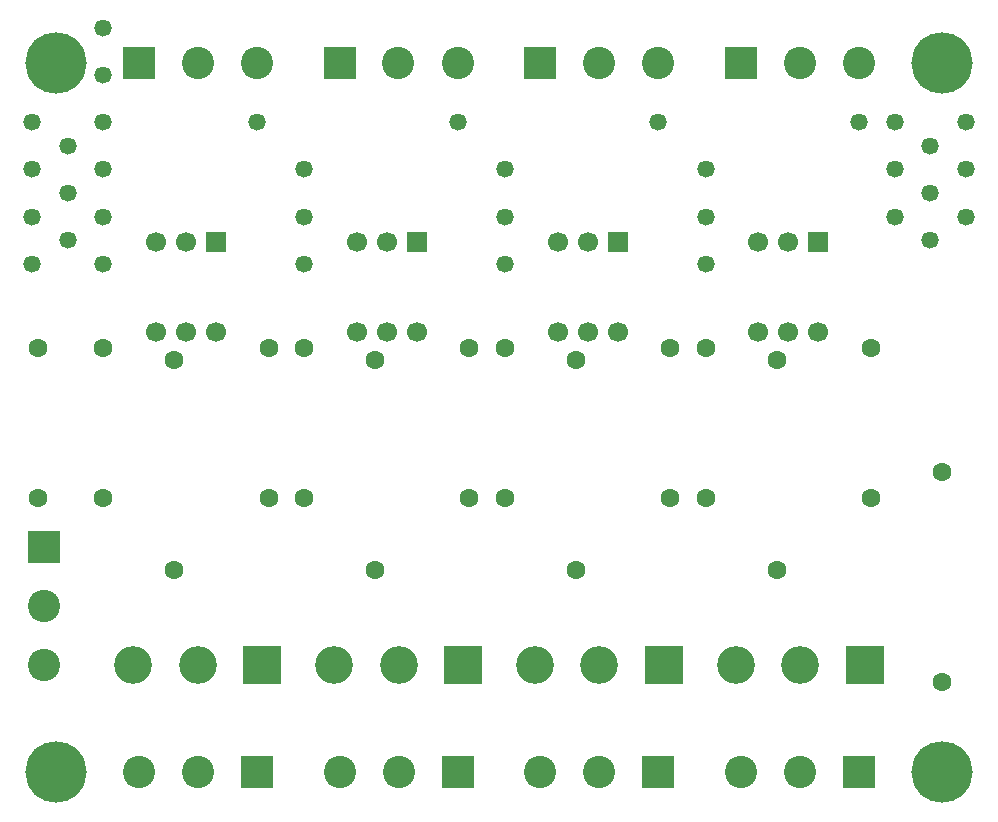
<source format=gbs>
G04 Layer_Color=16711935*
%FSAX42Y42*%
%MOMM*%
G71*
G01*
G75*
%ADD10R,3.20X3.20*%
%ADD11C,3.20*%
%ADD12R,2.74X2.74*%
%ADD13C,2.74*%
%ADD14R,2.74X2.74*%
%ADD15C,1.60*%
%ADD16R,1.70X1.70*%
%ADD17C,1.70*%
%ADD18C,5.20*%
%ADD19C,1.47*%
D10*
X014645Y011900D02*
D03*
X016345Y011900D02*
D03*
X011245Y011900D02*
D03*
X012945Y011900D02*
D03*
D11*
X014100Y011900D02*
D03*
X013555Y011900D02*
D03*
X015800Y011900D02*
D03*
X015255Y011900D02*
D03*
X010700Y011900D02*
D03*
X010155Y011900D02*
D03*
X012400Y011900D02*
D03*
X011855Y011900D02*
D03*
D12*
X010200Y017000D02*
D03*
X011200Y011000D02*
D03*
X011900Y017000D02*
D03*
X012900Y011000D02*
D03*
X013600Y017000D02*
D03*
X014600Y011000D02*
D03*
X015300Y017000D02*
D03*
X016300Y011000D02*
D03*
D13*
X010699Y017000D02*
D03*
X011200Y017000D02*
D03*
X009400Y012401D02*
D03*
X009400Y011900D02*
D03*
X010701Y011000D02*
D03*
X010200Y011000D02*
D03*
X012399Y017000D02*
D03*
X012900Y017000D02*
D03*
X012401Y011000D02*
D03*
X011900Y011000D02*
D03*
X014099Y017000D02*
D03*
X014600Y017000D02*
D03*
X014101Y011000D02*
D03*
X013600Y011000D02*
D03*
X015799Y017000D02*
D03*
X016300Y017000D02*
D03*
X015801Y011000D02*
D03*
X015300Y011000D02*
D03*
D14*
X009400Y012900D02*
D03*
D15*
X009350Y013315D02*
D03*
X009350Y014585D02*
D03*
X011300Y013315D02*
D03*
X011300Y014585D02*
D03*
X009900Y013315D02*
D03*
X009900Y014585D02*
D03*
X013000Y013315D02*
D03*
X013000Y014585D02*
D03*
X011600Y013315D02*
D03*
X011600Y014585D02*
D03*
X014700Y013315D02*
D03*
X014700Y014585D02*
D03*
X013300Y013315D02*
D03*
X013300Y014585D02*
D03*
X016400Y013315D02*
D03*
X016400Y014585D02*
D03*
X015000Y013315D02*
D03*
X015000Y014585D02*
D03*
X010500Y014489D02*
D03*
X010500Y012711D02*
D03*
X012200Y014489D02*
D03*
X012200Y012711D02*
D03*
X013900Y014489D02*
D03*
X013900Y012711D02*
D03*
X015600Y014489D02*
D03*
X015600Y012711D02*
D03*
X017000Y013539D02*
D03*
X017000Y011761D02*
D03*
D16*
X010854Y015481D02*
D03*
X012554Y015481D02*
D03*
X014254Y015481D02*
D03*
X015954Y015481D02*
D03*
D17*
X010600Y015481D02*
D03*
X010346Y015481D02*
D03*
X010854Y014719D02*
D03*
X010600Y014719D02*
D03*
X010346Y014719D02*
D03*
X012300Y015481D02*
D03*
X012046Y015481D02*
D03*
X012554Y014719D02*
D03*
X012300Y014719D02*
D03*
X012046Y014719D02*
D03*
X014000Y015481D02*
D03*
X013746Y015481D02*
D03*
X014254Y014719D02*
D03*
X014000Y014719D02*
D03*
X013746Y014719D02*
D03*
X015700Y015481D02*
D03*
X015446Y015481D02*
D03*
X015954Y014719D02*
D03*
X015700Y014719D02*
D03*
X015446Y014719D02*
D03*
D18*
X017000Y011000D02*
D03*
X017000Y017000D02*
D03*
X009500Y017000D02*
D03*
X009500Y011000D02*
D03*
D19*
X011200Y016500D02*
D03*
X012900Y016500D02*
D03*
X014600Y016500D02*
D03*
X016300Y016500D02*
D03*
X015000Y016100D02*
D03*
X013300Y016100D02*
D03*
X011600Y016100D02*
D03*
X009900Y016100D02*
D03*
X009300Y015300D02*
D03*
X009300Y015700D02*
D03*
X009300Y016100D02*
D03*
X009300Y016500D02*
D03*
X009600Y015500D02*
D03*
X009600Y015900D02*
D03*
X009600Y016300D02*
D03*
X017200Y015700D02*
D03*
X017200Y016100D02*
D03*
X017200Y016500D02*
D03*
X016900Y016300D02*
D03*
X016900Y015900D02*
D03*
X016600Y016100D02*
D03*
X009900Y015700D02*
D03*
X016600Y015700D02*
D03*
X016900Y015500D02*
D03*
X016600Y016500D02*
D03*
X009900Y016500D02*
D03*
X011600Y015700D02*
D03*
X013300Y015700D02*
D03*
X015000Y015700D02*
D03*
X009900Y016900D02*
D03*
X009900Y017300D02*
D03*
X015000Y015300D02*
D03*
X013300Y015300D02*
D03*
X011600Y015300D02*
D03*
X009900Y015300D02*
D03*
M02*

</source>
